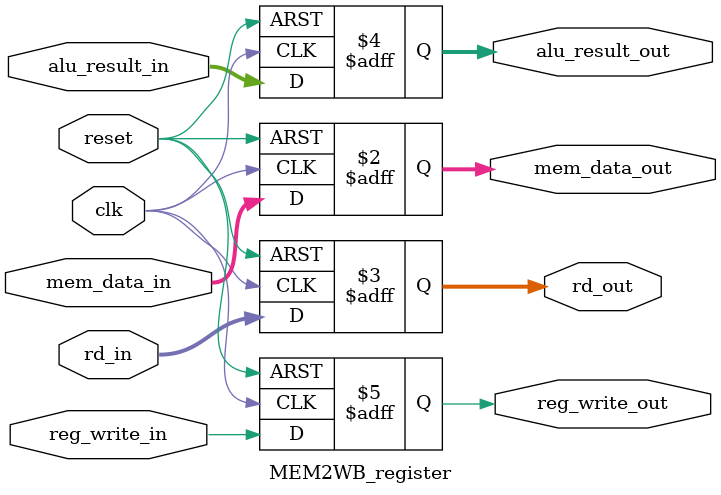
<source format=v>
module MEM2WB_register (
    input clk,
    input reset,

    input [31:0] mem_data_in,   // 来自 DataMemory 的输出
    input [4:0] rd_in,
    input [31:0] alu_result_in,
    input reg_write_in,
    output reg [31:0] mem_data_out,  // 送 WB 阶段
    output reg [4:0] rd_out,
    output reg [31:0] alu_result_out,
    output reg reg_write_out
);

    always @(posedge clk or posedge reset) begin
        if (reset) begin
            mem_data_out <= 32'b0;
            rd_out <= 5'b0;
            alu_result_out <= 32'b0;
            reg_write_out <= 1'b0;  
        end else begin
            mem_data_out <= mem_data_in;
            rd_out <= rd_in;
            alu_result_out <= alu_result_in;
            reg_write_out <= reg_write_in;
        end
    end

endmodule
 
</source>
